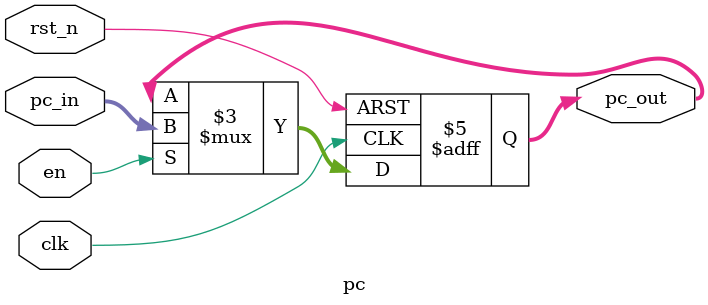
<source format=v>
module pc # (
parameter RESET_ADDR = 32'h00000000
)
(
input wire          clk,
input wire          rst_n,
input wire          en,
input wire [31:0]   pc_in,
output reg [31:0]   pc_out
);

always @(posedge clk or negedge rst_n) begin
     if (!rst_n) begin
        pc_out <= RESET_ADDR;
     end else if (en) begin
        pc_out <= pc_in;
     end
end
endmodule
        
  
</source>
